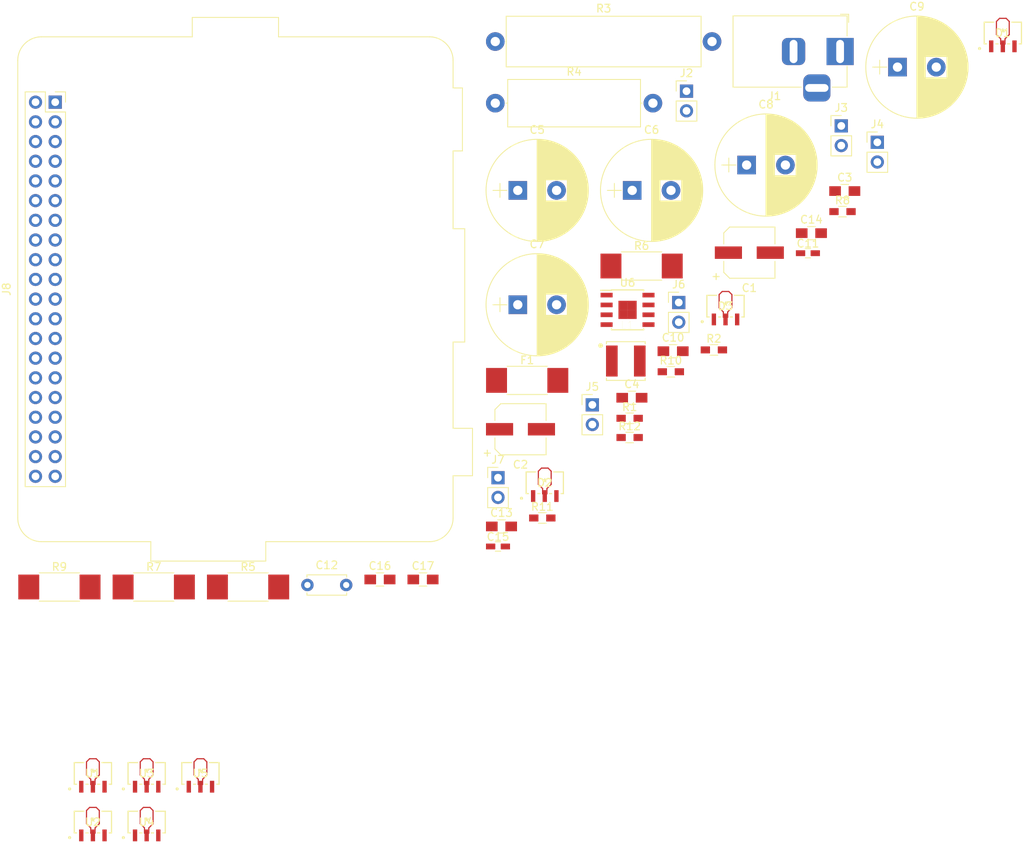
<source format=kicad_pcb>
(kicad_pcb (version 20171130) (host pcbnew "(5.1.6-0-10_14)")
  (layers (0 F.Cu signal) (31 B.Cu signal) (34 B.Paste user) (35 F.Paste user) (36 B.SilkS user) (37 F.SilkS user) (38 B.Mask user) (39 F.Mask user) (44 Edge.Cuts user))
  (net 0 "")
  (net 1 12V_BD_VIN)
  (net 2 GND)
  (net 3 "Net-(C5-Pad2)")
  (net 4 "Net-(C5-Pad1)")
  (net 5 "Net-(C6-Pad2)")
  (net 6 "Net-(C7-Pad2)")
  (net 7 "Net-(C8-Pad2)")
  (net 8 "Net-(C12-Pad1)")
  (net 9 "Net-(C13-Pad1)")
  (net 10 /BD_BOOT)
  (net 11 /BD_SW)
  (net 12 /BD_FB)
  (net 13 5V)
  (net 14 VIN)
  (net 15 "Net-(D2-Pad1)")
  (net 16 "Net-(D3-Pad1)")
  (net 17 "Net-(F1-Pad2)")
  (net 18 "Net-(J6-Pad2)")
  (net 19 VIN_SENSE)
  (net 20 "Net-(R10-Pad2)")
  (module Capacitors_SMD:CP_Elec_6.3x5.8 (layer F.Cu) (at 175.125001 88.705001)
    (fp_text reference C1 (at 0 4.56) (layer F.SilkS))
    (fp_text value 100uF)
    (fp_text user + (at -4.28 3.01) (layer F.SilkS))
    (pad 1 smd rect (at -2.7 0 180) (size 3.5 1.6) (layers F.Cu F.Paste F.Mask) (net 1 12V_BD_VIN))
    (pad 2 smd rect (at 2.7 0 180) (size 3.5 1.6) (layers F.Cu F.Paste F.Mask) (net 2 GND))
  )
  (module Capacitors_SMD:CP_Elec_6.3x5.8 (layer F.Cu) (at 145.625001 111.485001)
    (fp_text reference C2 (at 0 4.56) (layer F.SilkS))
    (fp_text value 100uF)
    (fp_text user + (at -4.28 3.01) (layer F.SilkS))
    (pad 2 smd rect (at 2.7 0 180) (size 3.5 1.6) (layers F.Cu F.Paste F.Mask) (net 2 GND))
    (pad 1 smd rect (at -2.7 0 180) (size 3.5 1.6) (layers F.Cu F.Paste F.Mask) (net 1 12V_BD_VIN))
  )
  (module Capacitors_SMD:C_0805_HandSoldering (layer F.Cu) (at 187.425001 80.760001)
    (fp_text reference C3 (at 0 -1.75) (layer F.SilkS))
    (fp_text value 10uF)
    (pad 2 smd rect (at 1.25 0) (size 1.5 1.25) (layers F.Cu F.Paste F.Mask) (net 2 GND))
    (pad 1 smd rect (at -1.25 0) (size 1.5 1.25) (layers F.Cu F.Paste F.Mask) (net 1 12V_BD_VIN))
  )
  (module Capacitors_SMD:C_0805_HandSoldering (layer F.Cu) (at 159.985001 107.420001)
    (fp_text reference C4 (at 0 -1.75) (layer F.SilkS))
    (fp_text value 10uF)
    (pad 1 smd rect (at -1.25 0) (size 1.5 1.25) (layers F.Cu F.Paste F.Mask) (net 1 12V_BD_VIN))
    (pad 2 smd rect (at 1.25 0) (size 1.5 1.25) (layers F.Cu F.Paste F.Mask) (net 2 GND))
  )
  (module Capacitors_ThroughHole:CP_Radial_D13.0mm_P5.00mm (layer F.Cu) (at 145.275001 80.675001)
    (fp_text reference C5 (at 2.5 -7.81) (layer F.SilkS))
    (fp_text value 10F2.7V)
    (pad 2 thru_hole circle (at 5 0) (size 2.4 2.4) (drill 1.2) (layers *.Cu *.Mask) (net 3 "Net-(C5-Pad2)"))
    (pad 1 thru_hole rect (at 0 0) (size 2.4 2.4) (drill 1.2) (layers *.Cu *.Mask) (net 4 "Net-(C5-Pad1)"))
  )
  (module Capacitors_ThroughHole:CP_Radial_D13.0mm_P5.00mm (layer F.Cu) (at 160.025001 80.675001)
    (fp_text reference C6 (at 2.5 -7.81) (layer F.SilkS))
    (fp_text value 10F2.7V)
    (pad 1 thru_hole rect (at 0 0) (size 2.4 2.4) (drill 1.2) (layers *.Cu *.Mask) (net 3 "Net-(C5-Pad2)"))
    (pad 2 thru_hole circle (at 5 0) (size 2.4 2.4) (drill 1.2) (layers *.Cu *.Mask) (net 5 "Net-(C6-Pad2)"))
  )
  (module Capacitors_ThroughHole:CP_Radial_D13.0mm_P5.00mm (layer F.Cu) (at 145.275001 95.425001)
    (fp_text reference C7 (at 2.5 -7.81) (layer F.SilkS))
    (fp_text value 10F2.7V)
    (pad 2 thru_hole circle (at 5 0) (size 2.4 2.4) (drill 1.2) (layers *.Cu *.Mask) (net 6 "Net-(C7-Pad2)"))
    (pad 1 thru_hole rect (at 0 0) (size 2.4 2.4) (drill 1.2) (layers *.Cu *.Mask) (net 5 "Net-(C6-Pad2)"))
  )
  (module Capacitors_ThroughHole:CP_Radial_D13.0mm_P5.00mm (layer F.Cu) (at 174.775001 77.405001)
    (fp_text reference C8 (at 2.5 -7.81) (layer F.SilkS))
    (fp_text value 10F2.7V)
    (pad 1 thru_hole rect (at 0 0) (size 2.4 2.4) (drill 1.2) (layers *.Cu *.Mask) (net 6 "Net-(C7-Pad2)"))
    (pad 2 thru_hole circle (at 5 0) (size 2.4 2.4) (drill 1.2) (layers *.Cu *.Mask) (net 7 "Net-(C8-Pad2)"))
  )
  (module Capacitors_ThroughHole:CP_Radial_D13.0mm_P5.00mm (layer F.Cu) (at 194.225001 64.775001)
    (fp_text reference C9 (at 2.5 -7.81) (layer F.SilkS))
    (fp_text value 10F2.7V)
    (pad 2 thru_hole circle (at 5 0) (size 2.4 2.4) (drill 1.2) (layers *.Cu *.Mask) (net 2 GND))
    (pad 1 thru_hole rect (at 0 0) (size 2.4 2.4) (drill 1.2) (layers *.Cu *.Mask) (net 7 "Net-(C8-Pad2)"))
  )
  (module Capacitors_SMD:C_0805_HandSoldering (layer F.Cu) (at 165.295001 101.420001)
    (fp_text reference C10 (at 0 -1.75) (layer F.SilkS))
    (fp_text value 0.1uF)
    (pad 2 smd rect (at 1.25 0) (size 1.5 1.25) (layers F.Cu F.Paste F.Mask) (net 2 GND))
    (pad 1 smd rect (at -1.25 0) (size 1.5 1.25) (layers F.Cu F.Paste F.Mask) (net 1 12V_BD_VIN))
  )
  (module Capacitors_SMD:C_0603_HandSoldering (layer F.Cu) (at 182.675001 88.775001)
    (fp_text reference C11 (at 0 -1.25) (layer F.SilkS))
    (fp_text value 0.01uF)
    (pad 1 smd rect (at -0.95 0) (size 1.2 0.75) (layers F.Cu F.Paste F.Mask) (net 1 12V_BD_VIN))
    (pad 2 smd rect (at 0.95 0) (size 1.2 0.75) (layers F.Cu F.Paste F.Mask) (net 2 GND))
  )
  (module Capacitors_ThroughHole:C_Disc_D5.0mm_W2.5mm_P5.00mm (layer F.Cu) (at 118.155001 131.575001)
    (fp_text reference C12 (at 2.5 -2.56) (layer F.SilkS))
    (fp_text value 3300pF)
    (pad 2 thru_hole circle (at 5 0) (size 1.6 1.6) (drill 0.8) (layers *.Cu *.Mask) (net 2 GND))
    (pad 1 thru_hole circle (at 0 0) (size 1.6 1.6) (drill 0.8) (layers *.Cu *.Mask) (net 8 "Net-(C12-Pad1)"))
  )
  (module Capacitors_SMD:C_0805_HandSoldering (layer F.Cu) (at 143.175001 124.020001)
    (fp_text reference C13 (at 0 -1.75) (layer F.SilkS))
    (fp_text value 1uF)
    (pad 2 smd rect (at 1.25 0) (size 1.5 1.25) (layers F.Cu F.Paste F.Mask) (net 2 GND))
    (pad 1 smd rect (at -1.25 0) (size 1.5 1.25) (layers F.Cu F.Paste F.Mask) (net 9 "Net-(C13-Pad1)"))
  )
  (module Capacitors_SMD:C_0805_HandSoldering (layer F.Cu) (at 183.125001 86.190001)
    (fp_text reference C14 (at 0 -1.75) (layer F.SilkS))
    (fp_text value 0.1uF)
    (pad 1 smd rect (at -1.25 0) (size 1.5 1.25) (layers F.Cu F.Paste F.Mask) (net 10 /BD_BOOT))
    (pad 2 smd rect (at 1.25 0) (size 1.5 1.25) (layers F.Cu F.Paste F.Mask) (net 11 /BD_SW))
  )
  (module Capacitors_SMD:C_0603_HandSoldering (layer F.Cu) (at 142.725001 126.605001)
    (fp_text reference C15 (at 0 -1.25) (layer F.SilkS))
    (fp_text value "(5-100pF)")
    (pad 2 smd rect (at 0.95 0) (size 1.2 0.75) (layers F.Cu F.Paste F.Mask) (net 12 /BD_FB))
    (pad 1 smd rect (at -0.95 0) (size 1.2 0.75) (layers F.Cu F.Paste F.Mask) (net 13 5V))
  )
  (module Capacitors_SMD:C_0805_HandSoldering (layer F.Cu) (at 127.505001 130.860001)
    (fp_text reference C16 (at 0 -1.75) (layer F.SilkS))
    (fp_text value 22uF)
    (pad 1 smd rect (at -1.25 0) (size 1.5 1.25) (layers F.Cu F.Paste F.Mask) (net 13 5V))
    (pad 2 smd rect (at 1.25 0) (size 1.5 1.25) (layers F.Cu F.Paste F.Mask) (net 2 GND))
  )
  (module Capacitors_SMD:C_0805_HandSoldering (layer F.Cu) (at 133.055001 130.860001)
    (fp_text reference C17 (at 0 -1.75) (layer F.SilkS))
    (fp_text value 22uF)
    (pad 2 smd rect (at 1.25 0) (size 1.5 1.25) (layers F.Cu F.Paste F.Mask) (net 2 GND))
    (pad 1 smd rect (at -1.25 0) (size 1.5 1.25) (layers F.Cu F.Paste F.Mask) (net 13 5V))
  )
  (module Ninja-qPCR:NJM431U-ND (layer F.Cu) (at 207.803201 60.376501)
    (fp_text reference D1 (at 0 0) (layer F.SilkS))
    (fp_text value D_Schottky hide)
    (fp_line (start 0.2794 1.4224) (end -0.2794 1.4224) (layer F.Cu) (width 0.1524))
    (fp_line (start 0.2794 0.7493) (end 0.2794 1.4224) (layer F.Cu) (width 0.1524))
    (fp_line (start 0.8255 0.2032) (end 0.2794 0.7493) (layer F.Cu) (width 0.1524))
    (fp_line (start 0.8255 -1.49225) (end 0.8255 0.2032) (layer F.Cu) (width 0.1524))
    (fp_line (start 0.42545 -1.8923) (end 0.8255 -1.49225) (layer F.Cu) (width 0.1524))
    (fp_line (start -0.42545 -1.8923) (end 0.42545 -1.8923) (layer F.Cu) (width 0.1524))
    (fp_line (start -0.8255 -1.49225) (end -0.42545 -1.8923) (layer F.Cu) (width 0.1524))
    (fp_line (start -0.8255 0.2032) (end -0.8255 -1.49225) (layer F.Cu) (width 0.1524))
    (fp_line (start -0.2794 0.7493) (end -0.8255 0.2032) (layer F.Cu) (width 0.1524))
    (fp_line (start -0.2794 1.4224) (end -0.2794 0.7493) (layer F.Cu) (width 0.1524))
    (fp_text user * (at 0 0) (layer F.SilkS))
    (pad 3 smd rect (at 1.500124 1.7145) (size 0.5588 1.524) (layers F.Cu F.Paste F.Mask))
    (pad 2 smd rect (at 0 1.7145) (size 0.5588 1.524) (layers F.Cu F.Paste F.Mask) (net 2 GND))
    (pad 1 smd rect (at -1.500124 1.7145) (size 0.5588 1.524) (layers F.Cu F.Paste F.Mask) (net 14 VIN))
  )
  (module Ninja-qPCR:NJM431U-ND (layer F.Cu) (at 148.753201 118.386501)
    (fp_text reference D2 (at 0 0) (layer F.SilkS))
    (fp_text value D hide)
    (fp_text user * (at 0 0) (layer F.SilkS))
    (fp_line (start -0.2794 1.4224) (end -0.2794 0.7493) (layer F.Cu) (width 0.1524))
    (fp_line (start -0.2794 0.7493) (end -0.8255 0.2032) (layer F.Cu) (width 0.1524))
    (fp_line (start -0.8255 0.2032) (end -0.8255 -1.49225) (layer F.Cu) (width 0.1524))
    (fp_line (start -0.8255 -1.49225) (end -0.42545 -1.8923) (layer F.Cu) (width 0.1524))
    (fp_line (start -0.42545 -1.8923) (end 0.42545 -1.8923) (layer F.Cu) (width 0.1524))
    (fp_line (start 0.42545 -1.8923) (end 0.8255 -1.49225) (layer F.Cu) (width 0.1524))
    (fp_line (start 0.8255 -1.49225) (end 0.8255 0.2032) (layer F.Cu) (width 0.1524))
    (fp_line (start 0.8255 0.2032) (end 0.2794 0.7493) (layer F.Cu) (width 0.1524))
    (fp_line (start 0.2794 0.7493) (end 0.2794 1.4224) (layer F.Cu) (width 0.1524))
    (fp_line (start 0.2794 1.4224) (end -0.2794 1.4224) (layer F.Cu) (width 0.1524))
    (pad 1 smd rect (at -1.500124 1.7145) (size 0.5588 1.524) (layers F.Cu F.Paste F.Mask) (net 15 "Net-(D2-Pad1)"))
    (pad 2 smd rect (at 0 1.7145) (size 0.5588 1.524) (layers F.Cu F.Paste F.Mask) (net 14 VIN))
    (pad 3 smd rect (at 1.500124 1.7145) (size 0.5588 1.524) (layers F.Cu F.Paste F.Mask))
  )
  (module Ninja-qPCR:NJM431U-ND (layer F.Cu) (at 172.053201 95.606501)
    (fp_text reference D3 (at 0 0) (layer F.SilkS))
    (fp_text value D hide)
    (fp_line (start 0.2794 1.4224) (end -0.2794 1.4224) (layer F.Cu) (width 0.1524))
    (fp_line (start 0.2794 0.7493) (end 0.2794 1.4224) (layer F.Cu) (width 0.1524))
    (fp_line (start 0.8255 0.2032) (end 0.2794 0.7493) (layer F.Cu) (width 0.1524))
    (fp_line (start 0.8255 -1.49225) (end 0.8255 0.2032) (layer F.Cu) (width 0.1524))
    (fp_line (start 0.42545 -1.8923) (end 0.8255 -1.49225) (layer F.Cu) (width 0.1524))
    (fp_line (start -0.42545 -1.8923) (end 0.42545 -1.8923) (layer F.Cu) (width 0.1524))
    (fp_line (start -0.8255 -1.49225) (end -0.42545 -1.8923) (layer F.Cu) (width 0.1524))
    (fp_line (start -0.8255 0.2032) (end -0.8255 -1.49225) (layer F.Cu) (width 0.1524))
    (fp_line (start -0.2794 0.7493) (end -0.8255 0.2032) (layer F.Cu) (width 0.1524))
    (fp_line (start -0.2794 1.4224) (end -0.2794 0.7493) (layer F.Cu) (width 0.1524))
    (fp_text user * (at 0 0) (layer F.SilkS))
    (pad 3 smd rect (at 1.500124 1.7145) (size 0.5588 1.524) (layers F.Cu F.Paste F.Mask))
    (pad 2 smd rect (at 0 1.7145) (size 0.5588 1.524) (layers F.Cu F.Paste F.Mask) (net 4 "Net-(C5-Pad1)"))
    (pad 1 smd rect (at -1.500124 1.7145) (size 0.5588 1.524) (layers F.Cu F.Paste F.Mask) (net 16 "Net-(D3-Pad1)"))
  )
  (module Resistors_SMD:R_2512_HandSoldering (layer F.Cu) (at 146.485001 105.180001)
    (fp_text reference F1 (at 0 -2.6) (layer F.SilkS))
    (fp_text value Fuse)
    (pad 2 smd rect (at 3.95 0) (size 2.7 3.2) (layers F.Cu F.Paste F.Mask) (net 17 "Net-(F1-Pad2)"))
    (pad 1 smd rect (at -3.95 0) (size 2.7 3.2) (layers F.Cu F.Paste F.Mask) (net 1 12V_BD_VIN))
  )
  (module Connector_BarrelJack:BarrelJack_Horizontal (layer F.Cu) (at 186.825001 62.760001)
    (fp_text reference J1 (at -8.45 5.75) (layer F.SilkS))
    (fp_text value Barrel_Jack_Switch)
    (pad 1 thru_hole rect (at 0 0) (size 3.5 3.5) (drill oval 1 3) (layers *.Cu *.Mask) (net 14 VIN))
    (pad 2 thru_hole roundrect (at -6 0) (size 3 3.5) (drill oval 1 3) (layers *.Cu *.Mask) (net 2 GND))
    (pad 3 thru_hole roundrect (at -3 4.7) (size 3.5 3.5) (drill oval 3 1) (layers *.Cu *.Mask) (net 2 GND))
  )
  (module Pin_Headers:Pin_Header_Straight_1x02_Pitch2.54mm (layer F.Cu) (at 167.025001 67.875001)
    (fp_text reference J2 (at 0 -2.33) (layer F.SilkS))
    (fp_text value Conn_01x02_Male)
    (pad 1 thru_hole rect (at 0 0) (size 1.7 1.7) (drill 1) (layers *.Cu *.Mask) (net 14 VIN))
    (pad 2 thru_hole oval (at 0 2.54) (size 1.7 1.7) (drill 1) (layers *.Cu *.Mask) (net 2 GND))
  )
  (module Pin_Headers:Pin_Header_Straight_1x02_Pitch2.54mm (layer F.Cu) (at 186.975001 72.355001)
    (fp_text reference J3 (at 0 -2.33) (layer F.SilkS))
    (fp_text value Conn_01x02_Male)
    (pad 1 thru_hole rect (at 0 0) (size 1.7 1.7) (drill 1) (layers *.Cu *.Mask) (net 1 12V_BD_VIN))
    (pad 2 thru_hole oval (at 0 2.54) (size 1.7 1.7) (drill 1) (layers *.Cu *.Mask) (net 2 GND))
  )
  (module Pin_Headers:Pin_Header_Straight_1x02_Pitch2.54mm (layer F.Cu) (at 191.625001 74.475001)
    (fp_text reference J4 (at 0 -2.33) (layer F.SilkS))
    (fp_text value Conn_01x02_Male)
    (pad 1 thru_hole rect (at 0 0) (size 1.7 1.7) (drill 1) (layers *.Cu *.Mask) (net 15 "Net-(D2-Pad1)"))
    (pad 2 thru_hole oval (at 0 2.54) (size 1.7 1.7) (drill 1) (layers *.Cu *.Mask) (net 16 "Net-(D3-Pad1)"))
  )
  (module Pin_Headers:Pin_Header_Straight_1x02_Pitch2.54mm (layer F.Cu) (at 154.885001 108.335001)
    (fp_text reference J5 (at 0 -2.33) (layer F.SilkS))
    (fp_text value Conn_01x02_Male)
    (pad 2 thru_hole oval (at 0 2.54) (size 1.7 1.7) (drill 1) (layers *.Cu *.Mask) (net 17 "Net-(F1-Pad2)"))
    (pad 1 thru_hole rect (at 0 0) (size 1.7 1.7) (drill 1) (layers *.Cu *.Mask) (net 16 "Net-(D3-Pad1)"))
  )
  (module Pin_Headers:Pin_Header_Straight_1x02_Pitch2.54mm (layer F.Cu) (at 166.025001 95.135001)
    (fp_text reference J6 (at 0 -2.33) (layer F.SilkS))
    (fp_text value Conn_01x02_Male)
    (pad 2 thru_hole oval (at 0 2.54) (size 1.7 1.7) (drill 1) (layers *.Cu *.Mask) (net 18 "Net-(J6-Pad2)"))
    (pad 1 thru_hole rect (at 0 0) (size 1.7 1.7) (drill 1) (layers *.Cu *.Mask) (net 4 "Net-(C5-Pad1)"))
  )
  (module Pin_Headers:Pin_Header_Straight_1x02_Pitch2.54mm (layer F.Cu) (at 142.725001 117.735001)
    (fp_text reference J7 (at 0 -2.33) (layer F.SilkS))
    (fp_text value Conn_01x02_Male)
    (pad 2 thru_hole oval (at 0 2.54) (size 1.7 1.7) (drill 1) (layers *.Cu *.Mask) (net 17 "Net-(F1-Pad2)"))
    (pad 1 thru_hole rect (at 0 0) (size 1.7 1.7) (drill 1) (layers *.Cu *.Mask) (net 1 12V_BD_VIN))
  )
  (module Ninja-qPCR:Raspberry_Pi_3A+_Socketed_THT_FaceDown_MountingHoles (layer F.Cu) (at 85.645001 69.295001)
    (fp_text reference J8 (at -6.27 24.13 90) (layer F.SilkS))
    (fp_text value Raspberry_Pi_3A_Plus_wpi)
    (pad "" np_thru_hole circle (at -1.27 53.13 90) (size 2.75 2.75) (drill 2.75) (layers *.Cu *.Mask))
    (pad "" np_thru_hole circle (at 47.73 -4.87 90) (size 2.75 2.75) (drill 2.75) (layers *.Cu *.Mask))
    (pad "" np_thru_hole circle (at 47.73 53.13 90) (size 2.75 2.75) (drill 2.75) (layers *.Cu *.Mask))
    (pad "" np_thru_hole circle (at -1.27 -4.87 90) (size 2.75 2.75) (drill 2.75) (layers *.Cu *.Mask))
    (pad 40 thru_hole oval (at -2.54 48.26) (size 1.7 1.7) (drill 1) (layers *.Cu *.Mask))
    (pad 39 thru_hole oval (at 0 48.26) (size 1.7 1.7) (drill 1) (layers *.Cu *.Mask) (net 2 GND))
    (pad 26 thru_hole oval (at -2.54 30.48) (size 1.7 1.7) (drill 1) (layers *.Cu *.Mask))
    (pad 25 thru_hole oval (at 0 30.48) (size 1.7 1.7) (drill 1) (layers *.Cu *.Mask) (net 2 GND))
    (pad 22 thru_hole oval (at -2.54 25.4) (size 1.7 1.7) (drill 1) (layers *.Cu *.Mask))
    (pad 21 thru_hole oval (at 0 25.4) (size 1.7 1.7) (drill 1) (layers *.Cu *.Mask))
    (pad 30 thru_hole oval (at -2.54 35.56) (size 1.7 1.7) (drill 1) (layers *.Cu *.Mask) (net 2 GND))
    (pad 29 thru_hole oval (at 0 35.56) (size 1.7 1.7) (drill 1) (layers *.Cu *.Mask))
    (pad 8 thru_hole oval (at -2.54 7.62) (size 1.7 1.7) (drill 1) (layers *.Cu *.Mask))
    (pad 7 thru_hole oval (at 0 7.62) (size 1.7 1.7) (drill 1) (layers *.Cu *.Mask))
    (pad 32 thru_hole oval (at -2.54 38.1) (size 1.7 1.7) (drill 1) (layers *.Cu *.Mask))
    (pad 31 thru_hole oval (at 0 38.1) (size 1.7 1.7) (drill 1) (layers *.Cu *.Mask))
    (pad 18 thru_hole oval (at -2.54 20.32) (size 1.7 1.7) (drill 1) (layers *.Cu *.Mask))
    (pad 17 thru_hole oval (at 0 20.32) (size 1.7 1.7) (drill 1) (layers *.Cu *.Mask))
    (pad 36 thru_hole oval (at -2.54 43.18) (size 1.7 1.7) (drill 1) (layers *.Cu *.Mask))
    (pad 35 thru_hole oval (at 0 43.18) (size 1.7 1.7) (drill 1) (layers *.Cu *.Mask))
    (pad 34 thru_hole oval (at -2.54 40.64) (size 1.7 1.7) (drill 1) (layers *.Cu *.Mask) (net 2 GND))
    (pad 33 thru_hole oval (at 0 40.64) (size 1.7 1.7) (drill 1) (layers *.Cu *.Mask))
    (pad 38 thru_hole oval (at -2.54 45.72) (size 1.7 1.7) (drill 1) (layers *.Cu *.Mask))
    (pad 37 thru_hole oval (at 0 45.72) (size 1.7 1.7) (drill 1) (layers *.Cu *.Mask))
    (pad 20 thru_hole oval (at -2.54 22.86) (size 1.7 1.7) (drill 1) (layers *.Cu *.Mask) (net 2 GND))
    (pad 19 thru_hole oval (at 0 22.86) (size 1.7 1.7) (drill 1) (layers *.Cu *.Mask))
    (pad 10 thru_hole oval (at -2.54 10.16) (size 1.7 1.7) (drill 1) (layers *.Cu *.Mask))
    (pad 9 thru_hole oval (at 0 10.16) (size 1.7 1.7) (drill 1) (layers *.Cu *.Mask) (net 2 GND))
    (pad 14 thru_hole oval (at -2.54 15.24) (size 1.7 1.7) (drill 1) (layers *.Cu *.Mask) (net 2 GND))
    (pad 13 thru_hole oval (at 0 15.24) (size 1.7 1.7) (drill 1) (layers *.Cu *.Mask))
    (pad 28 thru_hole oval (at -2.54 33.02) (size 1.7 1.7) (drill 1) (layers *.Cu *.Mask))
    (pad 27 thru_hole oval (at 0 33.02) (size 1.7 1.7) (drill 1) (layers *.Cu *.Mask))
    (pad 12 thru_hole oval (at -2.54 12.7) (size 1.7 1.7) (drill 1) (layers *.Cu *.Mask))
    (pad 11 thru_hole oval (at 0 12.7) (size 1.7 1.7) (drill 1) (layers *.Cu *.Mask))
    (pad 24 thru_hole oval (at -2.54 27.94) (size 1.7 1.7) (drill 1) (layers *.Cu *.Mask))
    (pad 23 thru_hole oval (at 0 27.94) (size 1.7 1.7) (drill 1) (layers *.Cu *.Mask))
    (pad 1 thru_hole rect (at 0 0) (size 1.7 1.7) (drill 1) (layers *.Cu *.Mask))
    (pad 2 thru_hole oval (at -2.54 0) (size 1.7 1.7) (drill 1) (layers *.Cu *.Mask) (net 13 5V))
    (pad 5 thru_hole oval (at 0 5.08) (size 1.7 1.7) (drill 1) (layers *.Cu *.Mask))
    (pad 4 thru_hole oval (at -2.54 2.54) (size 1.7 1.7) (drill 1) (layers *.Cu *.Mask) (net 13 5V))
    (pad 16 thru_hole oval (at -2.54 17.78) (size 1.7 1.7) (drill 1) (layers *.Cu *.Mask))
    (pad 15 thru_hole oval (at 0 17.78) (size 1.7 1.7) (drill 1) (layers *.Cu *.Mask))
    (pad 3 thru_hole oval (at 0 2.54) (size 1.7 1.7) (drill 1) (layers *.Cu *.Mask) (net 19 VIN_SENSE))
    (pad 6 thru_hole oval (at -2.54 5.08) (size 1.7 1.7) (drill 1) (layers *.Cu *.Mask) (net 2 GND))
  )
  (module Ninja-qPCR:IND_VLS5045EX-4R7M (layer F.Cu) (at 159.200001 102.685001)
    (fp_text reference L1 (at 0.175105 -4.637725) (layer F.SilkS) (effects (font (size 1.000591 1.000591) (thickness 0.015))))
    (fp_text value "3.3uH(ALPS GLMC / TDK SPM6530)")
    (pad 2 smd rect (at 1.8 0) (size 1.5 4) (layers F.Cu F.Paste F.Mask) (net 13 5V))
    (pad 1 smd rect (at -1.8 0) (size 1.5 4) (layers F.Cu F.Paste F.Mask) (net 11 /BD_SW))
  )
  (module Resistors_SMD:R_0603_HandSoldering (layer F.Cu) (at 159.695001 110.070001)
    (fp_text reference R1 (at 0 -1.45) (layer F.SilkS))
    (fp_text value 10k)
    (pad 1 smd rect (at -1.1 0) (size 1.2 0.9) (layers F.Cu F.Paste F.Mask) (net 14 VIN))
    (pad 2 smd rect (at 1.1 0) (size 1.2 0.9) (layers F.Cu F.Paste F.Mask) (net 19 VIN_SENSE))
  )
  (module Resistors_SMD:R_0603_HandSoldering (layer F.Cu) (at 170.555001 101.250001)
    (fp_text reference R2 (at 0 -1.45) (layer F.SilkS))
    (fp_text value 2.2k)
    (pad 2 smd rect (at 1.1 0) (size 1.2 0.9) (layers F.Cu F.Paste F.Mask) (net 2 GND))
    (pad 1 smd rect (at -1.1 0) (size 1.2 0.9) (layers F.Cu F.Paste F.Mask) (net 19 VIN_SENSE))
  )
  (module Resistors_ThroughHole:R_Axial_Power_L25.0mm_W6.4mm_P27.94mm (layer F.Cu) (at 142.375001 61.475001)
    (fp_text reference R3 (at 13.97 -4.26) (layer F.SilkS))
    (fp_text value "8.2Ω 3W")
    (pad 2 thru_hole oval (at 27.94 0) (size 2.4 2.4) (drill 1.2) (layers *.Cu *.Mask) (net 16 "Net-(D3-Pad1)"))
    (pad 1 thru_hole circle (at 0 0) (size 2.4 2.4) (drill 1.2) (layers *.Cu *.Mask) (net 4 "Net-(C5-Pad1)"))
  )
  (module Resistors_ThroughHole:R_Axial_DIN0617_L17.0mm_D6.0mm_P20.32mm_Horizontal (layer F.Cu) (at 142.375001 69.425001)
    (fp_text reference R4 (at 10.16 -4.06) (layer F.SilkS))
    (fp_text value "8.2Ω 3W")
    (pad 2 thru_hole oval (at 20.32 0) (size 2.4 2.4) (drill 1.2) (layers *.Cu *.Mask) (net 16 "Net-(D3-Pad1)"))
    (pad 1 thru_hole circle (at 0 0) (size 2.4 2.4) (drill 1.2) (layers *.Cu *.Mask) (net 4 "Net-(C5-Pad1)"))
  )
  (module Resistors_SMD:R_2512_HandSoldering (layer F.Cu) (at 110.505001 131.830001)
    (fp_text reference R5 (at 0 -2.6) (layer F.SilkS))
    (fp_text value 1k?W)
    (pad 1 smd rect (at -3.95 0) (size 2.7 3.2) (layers F.Cu F.Paste F.Mask) (net 18 "Net-(J6-Pad2)"))
    (pad 2 smd rect (at 3.95 0) (size 2.7 3.2) (layers F.Cu F.Paste F.Mask) (net 3 "Net-(C5-Pad2)"))
  )
  (module Resistors_SMD:R_2512_HandSoldering (layer F.Cu) (at 161.235001 90.430001)
    (fp_text reference R6 (at 0 -2.6) (layer F.SilkS))
    (fp_text value 1k?W)
    (pad 2 smd rect (at 3.95 0) (size 2.7 3.2) (layers F.Cu F.Paste F.Mask) (net 3 "Net-(C5-Pad2)"))
    (pad 1 smd rect (at -3.95 0) (size 2.7 3.2) (layers F.Cu F.Paste F.Mask) (net 5 "Net-(C6-Pad2)"))
  )
  (module Resistors_SMD:R_2512_HandSoldering (layer F.Cu) (at 98.345001 131.830001)
    (fp_text reference R7 (at 0 -2.6) (layer F.SilkS))
    (fp_text value 1k?W)
    (pad 1 smd rect (at -3.95 0) (size 2.7 3.2) (layers F.Cu F.Paste F.Mask) (net 6 "Net-(C7-Pad2)"))
    (pad 2 smd rect (at 3.95 0) (size 2.7 3.2) (layers F.Cu F.Paste F.Mask) (net 5 "Net-(C6-Pad2)"))
  )
  (module Resistors_SMD:R_0603_HandSoldering (layer F.Cu) (at 187.135001 83.410001)
    (fp_text reference R8 (at 0 -1.45) (layer F.SilkS))
    (fp_text value 1k)
    (pad 2 smd rect (at 1.1 0) (size 1.2 0.9) (layers F.Cu F.Paste F.Mask) (net 6 "Net-(C7-Pad2)"))
    (pad 1 smd rect (at -1.1 0) (size 1.2 0.9) (layers F.Cu F.Paste F.Mask) (net 7 "Net-(C8-Pad2)"))
  )
  (module Resistors_SMD:R_2512_HandSoldering (layer F.Cu) (at 86.185001 131.830001)
    (fp_text reference R9 (at 0 -2.6) (layer F.SilkS))
    (fp_text value 1k?W)
    (pad 2 smd rect (at 3.95 0) (size 2.7 3.2) (layers F.Cu F.Paste F.Mask) (net 7 "Net-(C8-Pad2)"))
    (pad 1 smd rect (at -3.95 0) (size 2.7 3.2) (layers F.Cu F.Paste F.Mask) (net 2 GND))
  )
  (module Resistors_SMD:R_0603_HandSoldering (layer F.Cu) (at 165.005001 104.070001)
    (fp_text reference R10 (at 0 -1.45) (layer F.SilkS))
    (fp_text value 220k)
    (pad 1 smd rect (at -1.1 0) (size 1.2 0.9) (layers F.Cu F.Paste F.Mask) (net 13 5V))
    (pad 2 smd rect (at 1.1 0) (size 1.2 0.9) (layers F.Cu F.Paste F.Mask) (net 20 "Net-(R10-Pad2)"))
  )
  (module Resistors_SMD:R_0603_HandSoldering (layer F.Cu) (at 148.435001 122.930001)
    (fp_text reference R11 (at 0 -1.45) (layer F.SilkS))
    (fp_text value 0)
    (pad 1 smd rect (at -1.1 0) (size 1.2 0.9) (layers F.Cu F.Paste F.Mask) (net 20 "Net-(R10-Pad2)"))
    (pad 2 smd rect (at 1.1 0) (size 1.2 0.9) (layers F.Cu F.Paste F.Mask) (net 12 /BD_FB))
  )
  (module Resistors_SMD:R_0603_HandSoldering (layer F.Cu) (at 159.695001 112.550001)
    (fp_text reference R12 (at 0 -1.45) (layer F.SilkS))
    (fp_text value 39k)
    (pad 2 smd rect (at 1.1 0) (size 1.2 0.9) (layers F.Cu F.Paste F.Mask) (net 2 GND))
    (pad 1 smd rect (at -1.1 0) (size 1.2 0.9) (layers F.Cu F.Paste F.Mask) (net 12 /BD_FB))
  )
  (module Housings_SOIC:SOIC-8-1EP_3.9x4.9mm_Pitch1.27mm (layer F.Cu) (at 159.425001 96.085001)
    (fp_text reference U6 (at 0 -3.5) (layer F.SilkS))
    (fp_text value BD9D320EFJ-E2)
    (pad 9 smd rect (at -0.5875 -0.5875) (size 1.175 1.175) (layers F.Cu F.Paste F.Mask) (net 2 GND))
    (pad 9 smd rect (at -0.5875 0.5875) (size 1.175 1.175) (layers F.Cu F.Paste F.Mask) (net 2 GND))
    (pad 9 smd rect (at 0.5875 -0.5875) (size 1.175 1.175) (layers F.Cu F.Paste F.Mask) (net 2 GND))
    (pad 9 smd rect (at 0.5875 0.5875) (size 1.175 1.175) (layers F.Cu F.Paste F.Mask) (net 2 GND))
    (pad 8 smd rect (at 2.7 -1.905) (size 1.55 0.6) (layers F.Cu F.Paste F.Mask) (net 1 12V_BD_VIN))
    (pad 7 smd rect (at 2.7 -0.635) (size 1.55 0.6) (layers F.Cu F.Paste F.Mask) (net 10 /BD_BOOT))
    (pad 6 smd rect (at 2.7 0.635) (size 1.55 0.6) (layers F.Cu F.Paste F.Mask) (net 11 /BD_SW))
    (pad 5 smd rect (at 2.7 1.905) (size 1.55 0.6) (layers F.Cu F.Paste F.Mask) (net 2 GND))
    (pad 4 smd rect (at -2.7 1.905) (size 1.55 0.6) (layers F.Cu F.Paste F.Mask) (net 8 "Net-(C12-Pad1)"))
    (pad 3 smd rect (at -2.7 0.635) (size 1.55 0.6) (layers F.Cu F.Paste F.Mask) (net 9 "Net-(C13-Pad1)"))
    (pad 2 smd rect (at -2.7 -0.635) (size 1.55 0.6) (layers F.Cu F.Paste F.Mask) (net 12 /BD_FB))
    (pad 1 smd rect (at -2.7 -1.905) (size 1.55 0.6) (layers F.Cu F.Paste F.Mask) (net 1 12V_BD_VIN))
  )
  (module Ninja-qPCR:NJM431U-ND (layer F.Cu) (at 90.503201 155.876501)
    (fp_text reference U1 (at 0 0) (layer F.SilkS))
    (fp_text value TL431PK hide)
    (fp_line (start 0.2794 1.4224) (end -0.2794 1.4224) (layer F.Cu) (width 0.1524))
    (fp_line (start 0.2794 0.7493) (end 0.2794 1.4224) (layer F.Cu) (width 0.1524))
    (fp_line (start 0.8255 0.2032) (end 0.2794 0.7493) (layer F.Cu) (width 0.1524))
    (fp_line (start 0.8255 -1.49225) (end 0.8255 0.2032) (layer F.Cu) (width 0.1524))
    (fp_line (start 0.42545 -1.8923) (end 0.8255 -1.49225) (layer F.Cu) (width 0.1524))
    (fp_line (start -0.42545 -1.8923) (end 0.42545 -1.8923) (layer F.Cu) (width 0.1524))
    (fp_line (start -0.8255 -1.49225) (end -0.42545 -1.8923) (layer F.Cu) (width 0.1524))
    (fp_line (start -0.8255 0.2032) (end -0.8255 -1.49225) (layer F.Cu) (width 0.1524))
    (fp_line (start -0.2794 0.7493) (end -0.8255 0.2032) (layer F.Cu) (width 0.1524))
    (fp_line (start -0.2794 1.4224) (end -0.2794 0.7493) (layer F.Cu) (width 0.1524))
    (fp_text user * (at 0 0) (layer F.SilkS))
    (pad 3 smd rect (at 1.500124 1.7145) (size 0.5588 1.524) (layers F.Cu F.Paste F.Mask) (net 4 "Net-(C5-Pad1)"))
    (pad 2 smd rect (at 0 1.7145) (size 0.5588 1.524) (layers F.Cu F.Paste F.Mask) (net 3 "Net-(C5-Pad2)"))
    (pad 1 smd rect (at -1.500124 1.7145) (size 0.5588 1.524) (layers F.Cu F.Paste F.Mask) (net 4 "Net-(C5-Pad1)"))
  )
  (module Ninja-qPCR:NJM431U-ND (layer F.Cu) (at 90.503201 162.156501)
    (fp_text reference U2 (at 0 0) (layer F.SilkS))
    (fp_text value TL431PK hide)
    (fp_text user * (at 0 0) (layer F.SilkS))
    (fp_line (start -0.2794 1.4224) (end -0.2794 0.7493) (layer F.Cu) (width 0.1524))
    (fp_line (start -0.2794 0.7493) (end -0.8255 0.2032) (layer F.Cu) (width 0.1524))
    (fp_line (start -0.8255 0.2032) (end -0.8255 -1.49225) (layer F.Cu) (width 0.1524))
    (fp_line (start -0.8255 -1.49225) (end -0.42545 -1.8923) (layer F.Cu) (width 0.1524))
    (fp_line (start -0.42545 -1.8923) (end 0.42545 -1.8923) (layer F.Cu) (width 0.1524))
    (fp_line (start 0.42545 -1.8923) (end 0.8255 -1.49225) (layer F.Cu) (width 0.1524))
    (fp_line (start 0.8255 -1.49225) (end 0.8255 0.2032) (layer F.Cu) (width 0.1524))
    (fp_line (start 0.8255 0.2032) (end 0.2794 0.7493) (layer F.Cu) (width 0.1524))
    (fp_line (start 0.2794 0.7493) (end 0.2794 1.4224) (layer F.Cu) (width 0.1524))
    (fp_line (start 0.2794 1.4224) (end -0.2794 1.4224) (layer F.Cu) (width 0.1524))
    (pad 1 smd rect (at -1.500124 1.7145) (size 0.5588 1.524) (layers F.Cu F.Paste F.Mask) (net 3 "Net-(C5-Pad2)"))
    (pad 2 smd rect (at 0 1.7145) (size 0.5588 1.524) (layers F.Cu F.Paste F.Mask) (net 5 "Net-(C6-Pad2)"))
    (pad 3 smd rect (at 1.500124 1.7145) (size 0.5588 1.524) (layers F.Cu F.Paste F.Mask) (net 3 "Net-(C5-Pad2)"))
  )
  (module Ninja-qPCR:NJM431U-ND (layer F.Cu) (at 97.433201 155.876501)
    (fp_text reference U3 (at 0 0) (layer F.SilkS))
    (fp_text value TL431PK hide)
    (fp_line (start 0.2794 1.4224) (end -0.2794 1.4224) (layer F.Cu) (width 0.1524))
    (fp_line (start 0.2794 0.7493) (end 0.2794 1.4224) (layer F.Cu) (width 0.1524))
    (fp_line (start 0.8255 0.2032) (end 0.2794 0.7493) (layer F.Cu) (width 0.1524))
    (fp_line (start 0.8255 -1.49225) (end 0.8255 0.2032) (layer F.Cu) (width 0.1524))
    (fp_line (start 0.42545 -1.8923) (end 0.8255 -1.49225) (layer F.Cu) (width 0.1524))
    (fp_line (start -0.42545 -1.8923) (end 0.42545 -1.8923) (layer F.Cu) (width 0.1524))
    (fp_line (start -0.8255 -1.49225) (end -0.42545 -1.8923) (layer F.Cu) (width 0.1524))
    (fp_line (start -0.8255 0.2032) (end -0.8255 -1.49225) (layer F.Cu) (width 0.1524))
    (fp_line (start -0.2794 0.7493) (end -0.8255 0.2032) (layer F.Cu) (width 0.1524))
    (fp_line (start -0.2794 1.4224) (end -0.2794 0.7493) (layer F.Cu) (width 0.1524))
    (fp_text user * (at 0 0) (layer F.SilkS))
    (pad 3 smd rect (at 1.500124 1.7145) (size 0.5588 1.524) (layers F.Cu F.Paste F.Mask) (net 5 "Net-(C6-Pad2)"))
    (pad 2 smd rect (at 0 1.7145) (size 0.5588 1.524) (layers F.Cu F.Paste F.Mask) (net 6 "Net-(C7-Pad2)"))
    (pad 1 smd rect (at -1.500124 1.7145) (size 0.5588 1.524) (layers F.Cu F.Paste F.Mask) (net 5 "Net-(C6-Pad2)"))
  )
  (module Ninja-qPCR:NJM431U-ND (layer F.Cu) (at 97.433201 162.156501)
    (fp_text reference U4 (at 0 0) (layer F.SilkS))
    (fp_text value TL431PK hide)
    (fp_text user * (at 0 0) (layer F.SilkS))
    (fp_line (start -0.2794 1.4224) (end -0.2794 0.7493) (layer F.Cu) (width 0.1524))
    (fp_line (start -0.2794 0.7493) (end -0.8255 0.2032) (layer F.Cu) (width 0.1524))
    (fp_line (start -0.8255 0.2032) (end -0.8255 -1.49225) (layer F.Cu) (width 0.1524))
    (fp_line (start -0.8255 -1.49225) (end -0.42545 -1.8923) (layer F.Cu) (width 0.1524))
    (fp_line (start -0.42545 -1.8923) (end 0.42545 -1.8923) (layer F.Cu) (width 0.1524))
    (fp_line (start 0.42545 -1.8923) (end 0.8255 -1.49225) (layer F.Cu) (width 0.1524))
    (fp_line (start 0.8255 -1.49225) (end 0.8255 0.2032) (layer F.Cu) (width 0.1524))
    (fp_line (start 0.8255 0.2032) (end 0.2794 0.7493) (layer F.Cu) (width 0.1524))
    (fp_line (start 0.2794 0.7493) (end 0.2794 1.4224) (layer F.Cu) (width 0.1524))
    (fp_line (start 0.2794 1.4224) (end -0.2794 1.4224) (layer F.Cu) (width 0.1524))
    (pad 1 smd rect (at -1.500124 1.7145) (size 0.5588 1.524) (layers F.Cu F.Paste F.Mask) (net 6 "Net-(C7-Pad2)"))
    (pad 2 smd rect (at 0 1.7145) (size 0.5588 1.524) (layers F.Cu F.Paste F.Mask) (net 7 "Net-(C8-Pad2)"))
    (pad 3 smd rect (at 1.500124 1.7145) (size 0.5588 1.524) (layers F.Cu F.Paste F.Mask) (net 6 "Net-(C7-Pad2)"))
  )
  (module Ninja-qPCR:NJM431U-ND (layer F.Cu) (at 104.363201 155.876501)
    (fp_text reference U5 (at 0 0) (layer F.SilkS))
    (fp_text value TL431PK hide)
    (fp_line (start 0.2794 1.4224) (end -0.2794 1.4224) (layer F.Cu) (width 0.1524))
    (fp_line (start 0.2794 0.7493) (end 0.2794 1.4224) (layer F.Cu) (width 0.1524))
    (fp_line (start 0.8255 0.2032) (end 0.2794 0.7493) (layer F.Cu) (width 0.1524))
    (fp_line (start 0.8255 -1.49225) (end 0.8255 0.2032) (layer F.Cu) (width 0.1524))
    (fp_line (start 0.42545 -1.8923) (end 0.8255 -1.49225) (layer F.Cu) (width 0.1524))
    (fp_line (start -0.42545 -1.8923) (end 0.42545 -1.8923) (layer F.Cu) (width 0.1524))
    (fp_line (start -0.8255 -1.49225) (end -0.42545 -1.8923) (layer F.Cu) (width 0.1524))
    (fp_line (start -0.8255 0.2032) (end -0.8255 -1.49225) (layer F.Cu) (width 0.1524))
    (fp_line (start -0.2794 0.7493) (end -0.8255 0.2032) (layer F.Cu) (width 0.1524))
    (fp_line (start -0.2794 1.4224) (end -0.2794 0.7493) (layer F.Cu) (width 0.1524))
    (fp_text user * (at 0 0) (layer F.SilkS))
    (pad 3 smd rect (at 1.500124 1.7145) (size 0.5588 1.524) (layers F.Cu F.Paste F.Mask) (net 7 "Net-(C8-Pad2)"))
    (pad 2 smd rect (at 0 1.7145) (size 0.5588 1.524) (layers F.Cu F.Paste F.Mask) (net 2 GND))
    (pad 1 smd rect (at -1.500124 1.7145) (size 0.5588 1.524) (layers F.Cu F.Paste F.Mask) (net 7 "Net-(C8-Pad2)"))
  )
)
</source>
